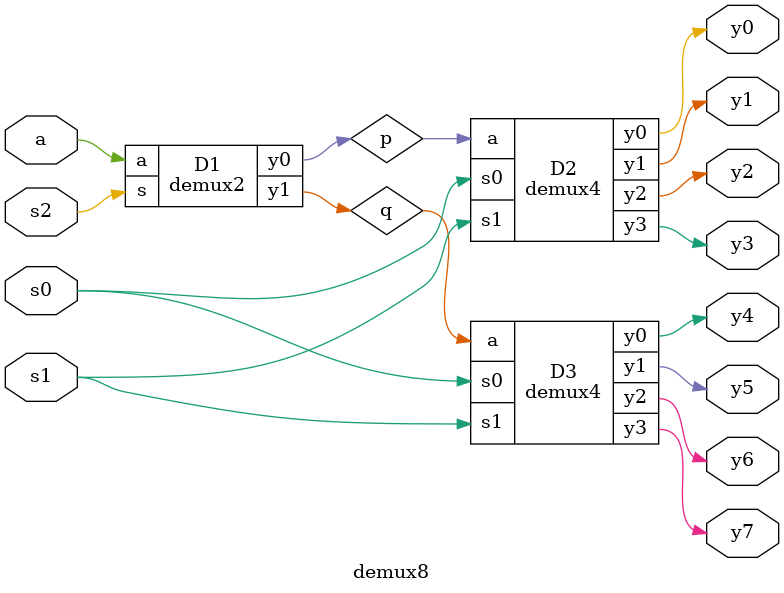
<source format=v>
module demux2(a, s, y0, y1);
    input a,s;
    output y0, y1;
    and A1(y0, a, ~s);
    and A2(y1, a, s);
endmodule
module demux4(a, s1, s0, y0, y1, y2, y3);
    input a, s1, s0;
    output y0, y1, y2, y3;
    wire p, q;
    demux2 D1(a, s1, p, q);
    demux2 D2(p, s0, y0, y1);
    demux2 D3(q, s0, y2, y3);
endmodule
module demux8(a, s0, s1, s2, y0, y1, y2, y3, y4, y5, y6, y7);
    input a, s2, s1, s0;
    output y0, y1, y2, y3, y4, y5, y6, y7;
    demux2 D1(a, s2, p, q);
    demux4 D2(p, s1, s0, y0, y1, y2, y3);
    demux4 D3(q, s1, s0, y4, y5, y6, y7);
endmodule
</source>
